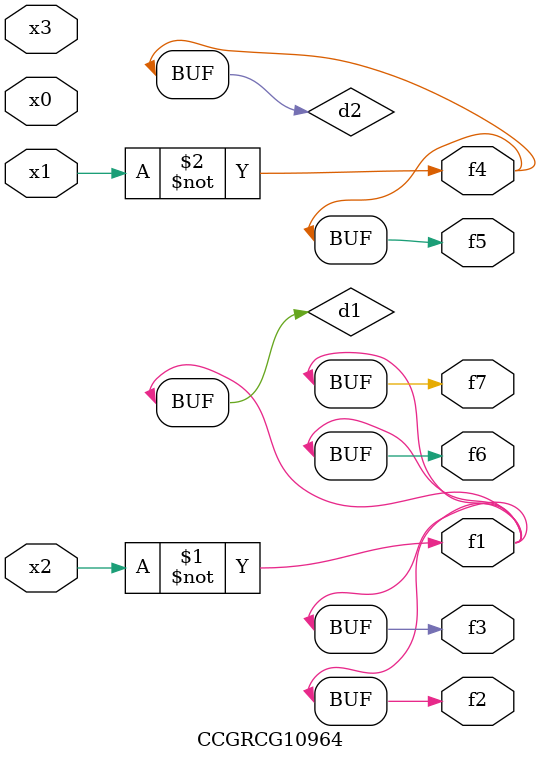
<source format=v>
module CCGRCG10964(
	input x0, x1, x2, x3,
	output f1, f2, f3, f4, f5, f6, f7
);

	wire d1, d2;

	xnor (d1, x2);
	not (d2, x1);
	assign f1 = d1;
	assign f2 = d1;
	assign f3 = d1;
	assign f4 = d2;
	assign f5 = d2;
	assign f6 = d1;
	assign f7 = d1;
endmodule

</source>
